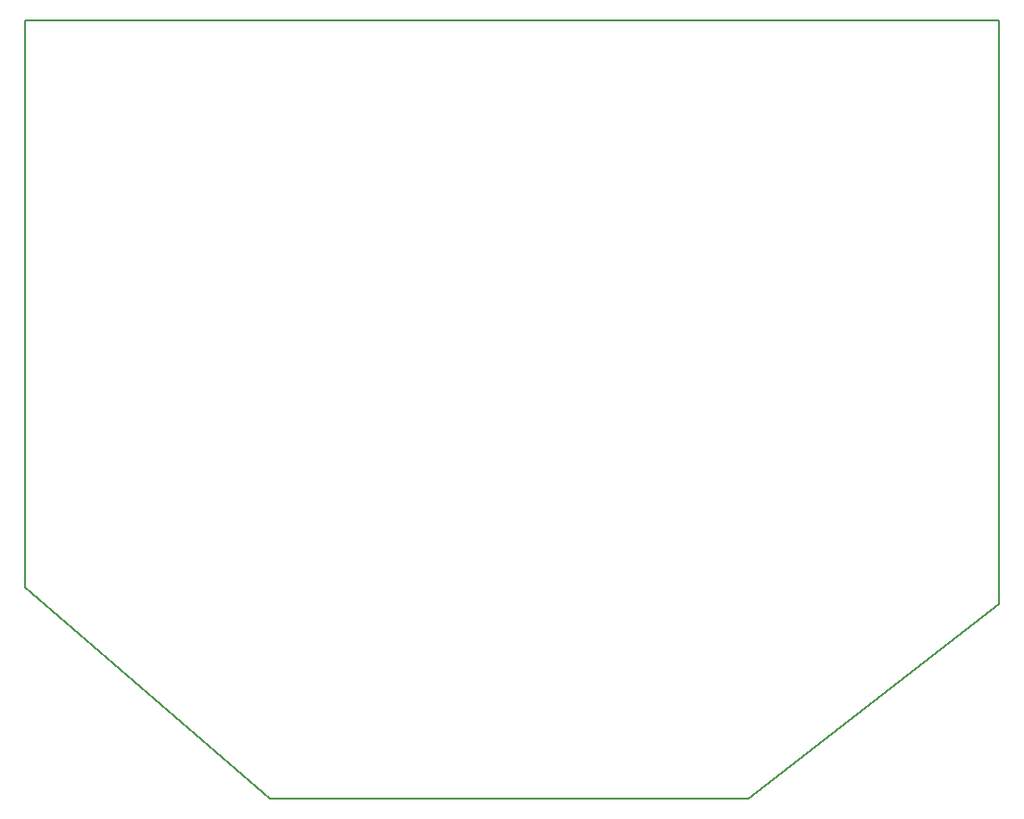
<source format=gbr>
G04 #@! TF.FileFunction,Profile,NP*
%FSLAX46Y46*%
G04 Gerber Fmt 4.6, Leading zero omitted, Abs format (unit mm)*
G04 Created by KiCad (PCBNEW 4.0.5) date 06/09/17 23:26:50*
%MOMM*%
%LPD*%
G01*
G04 APERTURE LIST*
%ADD10C,0.100000*%
%ADD11C,0.150000*%
G04 APERTURE END LIST*
D10*
D11*
X115824000Y-78232000D02*
X115824000Y-88392000D01*
X204724000Y-78232000D02*
X115824000Y-78232000D01*
X204724000Y-96520000D02*
X204724000Y-78232000D01*
X204724000Y-107188000D02*
X204724000Y-96520000D01*
X204724000Y-131572000D02*
X204724000Y-107188000D01*
X115824000Y-130048000D02*
X115824000Y-88392000D01*
X181864000Y-149352000D02*
X204724000Y-131572000D01*
X138176000Y-149352000D02*
X181864000Y-149352000D01*
X115824000Y-130048000D02*
X138176000Y-149352000D01*
M02*

</source>
